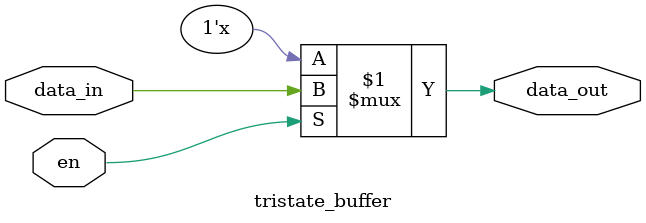
<source format=v>
module mux_tristatebuffer (
    input [3:0] D,
    input [1:0] sel,
    output Y
);

    wire w0, w1, w2, w3;
    decoder_2_4 d0(.in(sel), .y0(w0), .y1(w1), .y2(w2), .y3(w3));
    tristate_buffer u0(.data_in(D[0]), .en(w0), .data_out(Y));
    tristate_buffer u1(.data_in(D[1]), .en(w1), .data_out(Y));
    tristate_buffer u2(.data_in(D[2]), .en(w2), .data_out(Y));
    tristate_buffer u3(.data_in(D[3]), .en(w3), .data_out(Y));
endmodule

module decoder_2_4(
  input [1:0] in,
  output y0,y1,y2,y3
);
  assign y0 = (~in[0]) & (~in[1]);
  assign y1 = (~in[0]) & in[1];
  assign y2 = in[0] & (~in[1]);
  assign y3 = in[0] & in[1];
endmodule

module tristate_buffer (
    input data_in, en,
    output data_out
);
    assign data_out = en ? data_in : 1'bz;
endmodule

</source>
